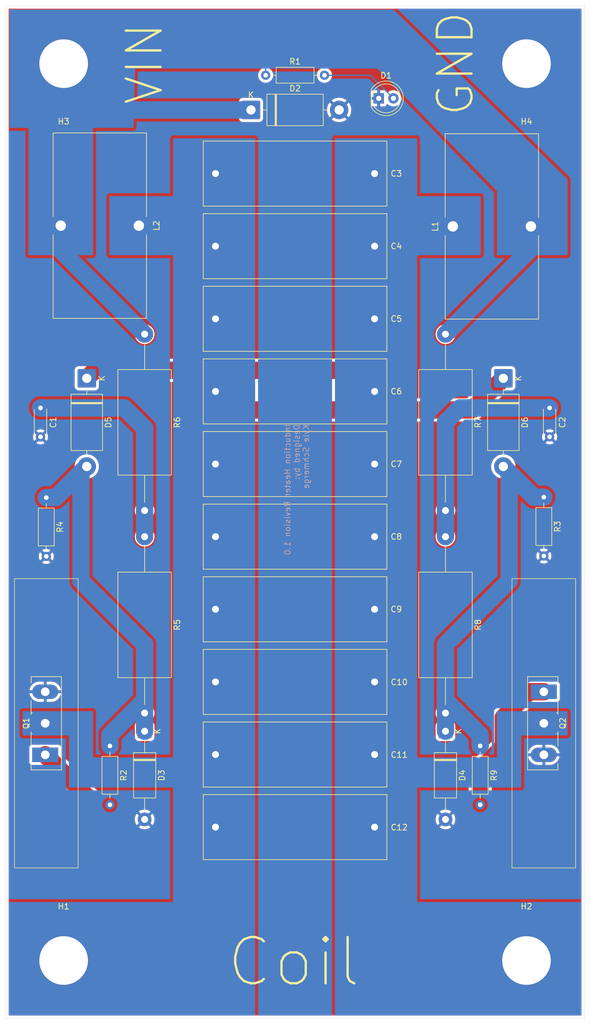
<source format=kicad_pcb>
(kicad_pcb (version 20241229) (generator "pcbnew") (generator_version "9.0")
  (layers (0 "F.Cu" signal) (2 "B.Cu" signal) (13 "F.Paste" user) (15 "B.Paste" user) (5 "F.SilkS" user "F.Silkscreen") (7 "B.SilkS" user "B.Silkscreen") (1 "F.Mask" user) (3 "B.Mask" user) (25 "Edge.Cuts" user))
  (net 0 "")
  (net 1 "Net-(C1-Pad1)")
  (net 2 "GND")
  (net 3 "Net-(C2-Pad1)")
  (net 4 "C2")
  (net 5 "C1")
  (net 6 "Net-(D1-A)")
  (net 7 "VCC")
  (net 8 "Net-(D3-K)")
  (net 9 "Net-(D4-K)")
  (net 10 "Net-(Q1-G)")
  (net 11 "Net-(Q2-G)")
  (footprint "Capacitor_THT:C_Rect_L31.5mm_W11.0mm_P27.50mm_MKS4" (layer "F.Cu") (at 63.25 146.4)
    (property "Reference" "C11" (at 31.75 0.05 0) (layer "F.SilkS"))
    (property "Value" "470nF")
    (fp_line (start -2.12 -5.62) (end 29.62 -5.62) (stroke (width 0.12)) (layer "F.SilkS"))
    (fp_line (start -2.12 5.62) (end -2.12 -5.62) (stroke (width 0.12)) (layer "F.SilkS"))
    (fp_line (start 29.62 -5.62) (end 29.62 5.62) (stroke (width 0.12)) (layer "F.SilkS"))
    (fp_line (start 29.62 5.62) (end -2.12 5.62) (stroke (width 0.12)) (layer "F.SilkS"))
    (pad "1" thru_hole circle (at 0 0) (size 2.4 2.4) (drill 1.2) (layers "*.Cu" "*.Mask") (net 5 "C1"))
    (pad "2" thru_hole circle (at 27.5 0) (size 2.4 2.4) (drill 1.2) (layers "*.Cu" "*.Mask") (net 4 "C2"))
  )
  (footprint "Resistor_THT:R_Axial_DIN0207_L6.3mm_D2.5mm_P10.16mm_Horizontal" (layer "F.Cu") (at 45 144.92 -90)
    (property "Reference" "R2" (at 5.08 -2.37 90) (layer "F.SilkS"))
    (property "Value" "18Ω")
    (fp_line (start 1.04 0) (end 1.81 0) (stroke (width 0.12)) (layer "F.SilkS"))
    (fp_line (start 9.12 0) (end 8.35 0) (stroke (width 0.12)) (layer "F.SilkS"))
    (fp_rect (start 1.81 -1.37) (end 8.35 1.37) (stroke (width 0.12)) (fill no) (layer "F.SilkS"))
    (pad "1" thru_hole circle (at 0 0 270) (size 1.6 1.6) (drill 0.8) (layers "*.Cu" "*.Mask") (net 8 "Net-(D3-K)"))
    (pad "2" thru_hole circle (at 10.16 0 270) (size 1.6 1.6) (drill 0.8) (layers "*.Cu" "*.Mask") (net 10 "Net-(Q1-G)"))
  )
  (footprint "Diode_THT:D_DO-15_P15.24mm_Horizontal" (layer "F.Cu") (at 103 142.38 -90)
    (property "Reference" "D4" (at 7.62 -2.92 90) (layer "F.SilkS"))
    (property "Value" "12V")
    (fp_line (start 1.44 0) (end 3.7 0) (stroke (width 0.12)) (layer "F.SilkS"))
    (fp_line (start 13.8 0) (end 11.54 0) (stroke (width 0.12)) (layer "F.SilkS"))
    (fp_line (start 4.84 -1.92) (end 4.84 1.92) (stroke (width 0.12)) (layer "F.SilkS"))
    (fp_line (start 4.96 -1.92) (end 4.96 1.92) (stroke (width 0.12)) (layer "F.SilkS"))
    (fp_line (start 5.08 -1.92) (end 5.08 1.92) (stroke (width 0.12)) (layer "F.SilkS"))
    (fp_rect (start 3.7 -1.92) (end 11.54 1.92) (stroke (width 0.12)) (fill no) (layer "F.SilkS"))
    (fp_text user "K" (at 0 -2.2 90) (layer "F.SilkS"))
    (pad "1" thru_hole roundrect (at 0 0 270) (size 2.4 2.4) (drill 1.2) (layers "*.Cu" "*.Mask") (roundrect_rratio 0.104167) (net 9 "Net-(D4-K)"))
    (pad "2" thru_hole circle (at 15.24 0 270) (size 2.4 2.4) (drill 1.2) (layers "*.Cu" "*.Mask") (net 2 "GND"))
  )
  (footprint "Resistor_THT:R_Axial_DIN0207_L6.3mm_D2.5mm_P10.16mm_Horizontal" (layer "F.Cu") (at 34 102 -90)
    (property "Reference" "R4" (at 5.08 -2.37 90) (layer "F.SilkS"))
    (property "Value" "10kΩ")
    (fp_line (start 1.04 0) (end 1.81 0) (stroke (width 0.12)) (layer "F.SilkS"))
    (fp_line (start 9.12 0) (end 8.35 0) (stroke (width 0.12)) (layer "F.SilkS"))
    (fp_rect (start 1.81 -1.37) (end 8.35 1.37) (stroke (width 0.12)) (fill no) (layer "F.SilkS"))
    (pad "1" thru_hole circle (at 0 0 270) (size 1.6 1.6) (drill 0.8) (layers "*.Cu" "*.Mask") (net 8 "Net-(D3-K)"))
    (pad "2" thru_hole circle (at 10.16 0 270) (size 1.6 1.6) (drill 0.8) (layers "*.Cu" "*.Mask") (net 2 "GND"))
  )
  (footprint "Inductor_THT:L_Toroid_Vertical_L31.8mm_W15.9mm_P13.50mm_Bourns_5700" (layer "F.Cu") (at 50 55 -90)
    (property "Reference" "L2" (at 0 -3.05 270) (layer "F.SilkS"))
    (property "Value" "100μH")
    (fp_line (start -16.02 14.82) (end -16.02 -1.32) (stroke (width 0.12)) (layer "F.SilkS"))
    (fp_line (start -1.555 14.82) (end -16.02 14.82) (stroke (width 0.12)) (layer "F.SilkS"))
    (fp_line (start 16.02 14.82) (end 1.555 14.82) (stroke (width 0.12)) (layer "F.SilkS"))
    (fp_line (start -16.02 -1.32) (end -1.555 -1.32) (stroke (width 0.12)) (layer "F.SilkS"))
    (fp_line (start 1.555 -1.32) (end 16.02 -1.32) (stroke (width 0.12)) (layer "F.SilkS"))
    (fp_line (start 16.02 -1.32) (end 16.02 14.82) (stroke (width 0.12)) (layer "F.SilkS"))
    (pad "1" thru_hole circle (at 0 0 270) (size 3.6 3.6) (drill 1.8) (layers "*.Cu" "*.Mask") (net 5 "C1"))
    (pad "2" thru_hole circle (at 0 13.5 270) (size 3.6 3.6) (drill 1.8) (layers "*.Cu" "*.Mask") (net 7 "VCC"))
  )
  (footprint "Capacitor_THT:C_Rect_L31.5mm_W11.0mm_P27.50mm_MKS4" (layer "F.Cu") (at 63.25 58.55)
    (property "Reference" "C4" (at 31.25 0 0) (layer "F.SilkS"))
    (property "Value" "470nF")
    (fp_line (start -2.12 -5.62) (end 29.62 -5.62) (stroke (width 0.12)) (layer "F.SilkS"))
    (fp_line (start -2.12 5.62) (end -2.12 -5.62) (stroke (width 0.12)) (layer "F.SilkS"))
    (fp_line (start 29.62 -5.62) (end 29.62 5.62) (stroke (width 0.12)) (layer "F.SilkS"))
    (fp_line (start 29.62 5.62) (end -2.12 5.62) (stroke (width 0.12)) (layer "F.SilkS"))
    (pad "1" thru_hole circle (at 0 0) (size 2.4 2.4) (drill 1.2) (layers "*.Cu" "*.Mask") (net 5 "C1"))
    (pad "2" thru_hole circle (at 27.5 0) (size 2.4 2.4) (drill 1.2) (layers "*.Cu" "*.Mask") (net 4 "C2"))
  )
  (footprint "Capacitor_THT:C_Rect_L31.5mm_W11.0mm_P27.50mm_MKS4" (layer "F.Cu") (at 63.25 71.1)
    (property "Reference" "C5" (at 31.25 0 0) (layer "F.SilkS"))
    (property "Value" "470nF")
    (fp_line (start -2.12 -5.62) (end 29.62 -5.62) (stroke (width 0.12)) (layer "F.SilkS"))
    (fp_line (start -2.12 5.62) (end -2.12 -5.62) (stroke (width 0.12)) (layer "F.SilkS"))
    (fp_line (start 29.62 -5.62) (end 29.62 5.62) (stroke (width 0.12)) (layer "F.SilkS"))
    (fp_line (start 29.62 5.62) (end -2.12 5.62) (stroke (width 0.12)) (layer "F.SilkS"))
    (pad "1" thru_hole circle (at 0 0) (size 2.4 2.4) (drill 1.2) (layers "*.Cu" "*.Mask") (net 5 "C1"))
    (pad "2" thru_hole circle (at 27.5 0) (size 2.4 2.4) (drill 1.2) (layers "*.Cu" "*.Mask") (net 4 "C2"))
  )
  (footprint "Diode_THT:D_DO-201AD_P15.24mm_Horizontal" (layer "F.Cu") (at 41 81.38 -90)
    (property "Reference" "D5" (at 7.62 -3.72 90) (layer "F.SilkS"))
    (property "Value" "FR307")
    (fp_line (start 1.84 0) (end 2.75 0) (stroke (width 0.12)) (layer "F.SilkS"))
    (fp_line (start 13.4 0) (end 12.49 0) (stroke (width 0.12)) (layer "F.SilkS"))
    (fp_line (start 4.175 -2.72) (end 4.175 2.72) (stroke (width 0.12)) (layer "F.SilkS"))
    (fp_line (start 4.295 -2.72) (end 4.295 2.72) (stroke (width 0.12)) (layer "F.SilkS"))
    (fp_line (start 4.415 -2.72) (end 4.415 2.72) (stroke (width 0.12)) (layer "F.SilkS"))
    (fp_rect (start 2.75 -2.72) (end 12.49 2.72) (stroke (width 0.12)) (fill no) (layer "F.SilkS"))
    (fp_text user "K" (at 0 -2.6 90) (layer "F.SilkS"))
    (pad "1" thru_hole roundrect (at 0 0 270) (size 3.2 3.2) (drill 1.6) (layers "*.Cu" "*.Mask") (roundrect_rratio 0.078125) (net 4 "C2"))
    (pad "2" thru_hole circle (at 15.24 0 270) (size 3.2 3.2) (drill 1.6) (layers "*.Cu" "*.Mask") (net 8 "Net-(D3-K)"))
  )
  (footprint "Resistor_THT:R_Axial_DIN0918_L18.0mm_D9.0mm_P30.48mm_Horizontal" (layer "F.Cu") (at 103 73.755 -90)
    (property "Reference" "R7" (at 15.24 -5.62 90) (layer "F.SilkS"))
    (property "Value" "47Ω")
    (fp_line (start 1.44 0) (end 6.12 0) (stroke (width 0.12)) (layer "F.SilkS"))
    (fp_line (start 29.04 0) (end 24.36 0) (stroke (width 0.12)) (layer "F.SilkS"))
    (fp_rect (start 6.12 -4.62) (end 24.36 4.62) (stroke (width 0.12)) (fill no) (layer "F.SilkS"))
    (pad "1" thru_hole circle (at 0 0 270) (size 2.4 2.4) (drill 1.2) (layers "*.Cu" "*.Mask") (net 7 "VCC"))
    (pad "2" thru_hole circle (at 30.48 0 270) (size 2.4 2.4) (drill 1.2) (layers "*.Cu" "*.Mask") (net 3 "Net-(C2-Pad1)"))
  )
  (footprint "Resistor_THT:R_Axial_DIN0207_L6.3mm_D2.5mm_P10.16mm_Horizontal" (layer "F.Cu") (at 120 101.92 -90)
    (property "Reference" "R3" (at 5.08 -2.37 90) (layer "F.SilkS"))
    (property "Value" "10kΩ")
    (fp_line (start 1.04 0) (end 1.81 0) (stroke (width 0.12)) (layer "F.SilkS"))
    (fp_line (start 9.12 0) (end 8.35 0) (stroke (width 0.12)) (layer "F.SilkS"))
    (fp_rect (start 1.81 -1.37) (end 8.35 1.37) (stroke (width 0.12)) (fill no) (layer "F.SilkS"))
    (pad "1" thru_hole circle (at 0 0 270) (size 1.6 1.6) (drill 0.8) (layers "*.Cu" "*.Mask") (net 9 "Net-(D4-K)"))
    (pad "2" thru_hole circle (at 10.16 0 270) (size 1.6 1.6) (drill 0.8) (layers "*.Cu" "*.Mask") (net 2 "GND"))
  )
  (footprint "MountingHole:MountingHole_8.4mm_M8_Pad" (layer "F.Cu") (at 37 182)
    (property "Reference" "H1" (at 0 -9.35 0) (layer "F.SilkS"))
    (property "Value" "Coil 1")
    (pad "1" thru_hole circle (at 0 0) (size 16.8 16.8) (drill 8.4) (layers "*.Cu" "*.Mask") (net 5 "C1"))
  )
  (footprint "Capacitor_THT:C_Rect_L31.5mm_W11.0mm_P27.50mm_MKS4" (layer "F.Cu") (at 63.25 83.65)
    (property "Reference" "C6" (at 31.25 0 0) (layer "F.SilkS"))
    (property "Value" "470nF")
    (fp_line (start -2.12 -5.62) (end 29.62 -5.62) (stroke (width 0.12)) (layer "F.SilkS"))
    (fp_line (start -2.12 5.62) (end -2.12 -5.62) (stroke (width 0.12)) (layer "F.SilkS"))
    (fp_line (start 29.62 -5.62) (end 29.62 5.62) (stroke (width 0.12)) (layer "F.SilkS"))
    (fp_line (start 29.62 5.62) (end -2.12 5.62) (stroke (width 0.12)) (layer "F.SilkS"))
    (pad "1" thru_hole circle (at 0 0) (size 2.4 2.4) (drill 1.2) (layers "*.Cu" "*.Mask") (net 5 "C1"))
    (pad "2" thru_hole circle (at 27.5 0) (size 2.4 2.4) (drill 1.2) (layers "*.Cu" "*.Mask") (net 4 "C2"))
  )
  (footprint "Diode_THT:D_DO-15_P15.24mm_Horizontal" (layer "F.Cu") (at 51 142.38 -90)
    (property "Reference" "D3" (at 7.62 -2.92 90) (layer "F.SilkS"))
    (property "Value" "12V")
    (fp_line (start 1.44 0) (end 3.7 0) (stroke (width 0.12)) (layer "F.SilkS"))
    (fp_line (start 13.8 0) (end 11.54 0) (stroke (width 0.12)) (layer "F.SilkS"))
    (fp_line (start 4.84 -1.92) (end 4.84 1.92) (stroke (width 0.12)) (layer "F.SilkS"))
    (fp_line (start 4.96 -1.92) (end 4.96 1.92) (stroke (width 0.12)) (layer "F.SilkS"))
    (fp_line (start 5.08 -1.92) (end 5.08 1.92) (stroke (width 0.12)) (layer "F.SilkS"))
    (fp_rect (start 3.7 -1.92) (end 11.54 1.92) (stroke (width 0.12)) (fill no) (layer "F.SilkS"))
    (fp_text user "K" (at 0 -2.2 90) (layer "F.SilkS"))
    (pad "1" thru_hole roundrect (at 0 0 270) (size 2.4 2.4) (drill 1.2) (layers "*.Cu" "*.Mask") (roundrect_rratio 0.104167) (net 8 "Net-(D3-K)"))
    (pad "2" thru_hole circle (at 15.24 0 270) (size 2.4 2.4) (drill 1.2) (layers "*.Cu" "*.Mask") (net 2 "GND"))
  )
  (footprint "Capacitor_THT:C_Rect_L31.5mm_W11.0mm_P27.50mm_MKS4" (layer "F.Cu") (at 63.25 158.95)
    (property "Reference" "C12" (at 31.75 0.05 0) (layer "F.SilkS"))
    (property "Value" "470nF")
    (fp_line (start -2.12 -5.62) (end 29.62 -5.62) (stroke (width 0.12)) (layer "F.SilkS"))
    (fp_line (start -2.12 5.62) (end -2.12 -5.62) (stroke (width 0.12)) (layer "F.SilkS"))
    (fp_line (start 29.62 -5.62) (end 29.62 5.62) (stroke (width 0.12)) (layer "F.SilkS"))
    (fp_line (start 29.62 5.62) (end -2.12 5.62) (stroke (width 0.12)) (layer "F.SilkS"))
    (pad "1" thru_hole circle (at 0 0) (size 2.4 2.4) (drill 1.2) (layers "*.Cu" "*.Mask") (net 5 "C1"))
    (pad "2" thru_hole circle (at 27.5 0) (size 2.4 2.4) (drill 1.2) (layers "*.Cu" "*.Mask") (net 4 "C2"))
  )
  (footprint "Package_TO_SOT_THT:TO-247-3_Vertical" (layer "F.Cu") (at 33.815 146.45 90)
    (property "Reference" "Q1" (at 5.45 -3.28 90) (layer "F.SilkS"))
    (property "Value" "IRFP4668PBF")
    (fp_line (start 13.51 -2.44) (end 13.51 2.81) (stroke (width 0.12)) (layer "F.SilkS"))
    (fp_line (start 12.41 -2.44) (end 13.51 -2.44) (stroke (width 0.12)) (layer "F.SilkS"))
    (fp_line (start 7.255 -2.44) (end 7.255 -2.22) (stroke (width 0.12)) (layer "F.SilkS"))
    (fp_line (start 6.96 -2.44) (end 9.39 -2.44) (stroke (width 0.12)) (layer "F.SilkS"))
    (fp_line (start 3.645 -2.44) (end 3.645 -2.22) (stroke (width 0.12)) (layer "F.SilkS"))
    (fp_line (start 1.51 -2.44) (end 3.94 -2.44) (stroke (width 0.12)) (layer "F.SilkS"))
    (fp_line (start -2.61 -2.44) (end -1.51 -2.44) (stroke (width 0.12)) (layer "F.SilkS"))
    (fp_line (start 13.51 2.81) (end -2.61 2.81) (stroke (width 0.12)) (layer "F.SilkS"))
    (fp_line (start -2.61 2.81) (end -2.61 -2.44) (stroke (width 0.12)) (layer "F.SilkS"))
    (pad "1" thru_hole rect (at 0 0 90) (size 2.5 4.5) (drill 1.5) (layers "*.Cu" "*.Mask") (net 10 "Net-(Q1-G)"))
    (pad "2" thru_hole oval (at 5.45 0 90) (size 2.5 4.5) (drill 1.5) (layers "*.Cu" "*.Mask") (net 5 "C1"))
    (pad "3" thru_hole oval (at 10.9 0 90) (size 2.5 4.5) (drill 1.5) (layers "*.Cu" "*.Mask") (net 2 "GND"))
  )
  (footprint "Resistor_THT:R_Axial_DIN0207_L6.3mm_D2.5mm_P10.16mm_Horizontal" (layer "F.Cu") (at 71.92 29)
    (property "Reference" "R1" (at 5.08 -2.37 0) (layer "F.SilkS"))
    (property "Value" "4.7kΩ")
    (fp_line (start 1.04 0) (end 1.81 0) (stroke (width 0.12)) (layer "F.SilkS"))
    (fp_line (start 9.12 0) (end 8.35 0) (stroke (width 0.12)) (layer "F.SilkS"))
    (fp_rect (start 1.81 -1.37) (end 8.35 1.37) (stroke (width 0.12)) (fill no) (layer "F.SilkS"))
    (pad "1" thru_hole circle (at 0 0) (size 1.6 1.6) (drill 0.8) (layers "*.Cu" "*.Mask") (net 7 "VCC"))
    (pad "2" thru_hole circle (at 10.16 0) (size 1.6 1.6) (drill 0.8) (layers "*.Cu" "*.Mask") (net 6 "Net-(D1-A)"))
  )
  (footprint "Capacitor_THT:C_Rect_L31.5mm_W11.0mm_P27.50mm_MKS4" (layer "F.Cu") (at 63.25 133.85)
    (property "Reference" "C10" (at 31.75 0.05 0) (layer "F.SilkS"))
    (property "Value" "470nF")
    (fp_line (start -2.12 -5.62) (end 29.62 -5.62) (stroke (width 0.12)) (layer "F.SilkS"))
    (fp_line (start -2.12 5.62) (end -2.12 -5.62) (stroke (width 0.12)) (layer "F.SilkS"))
    (fp_line (start 29.62 -5.62) (end 29.62 5.62) (stroke (width 0.12)) (layer "F.SilkS"))
    (fp_line (start 29.62 5.62) (end -2.12 5.62) (stroke (width 0.12)) (layer "F.SilkS"))
    (pad "1" thru_hole circle (at 0 0) (size 2.4 2.4) (drill 1.2) (layers "*.Cu" "*.Mask") (net 5 "C1"))
    (pad "2" thru_hole circle (at 27.5 0) (size 2.4 2.4) (drill 1.2) (layers "*.Cu" "*.Mask") (net 4 "C2"))
  )
  (footprint "Inductor_THT:L_Toroid_Vertical_L31.8mm_W15.9mm_P13.50mm_Bourns_5700" (layer "F.Cu") (at 104.265 55.13 90)
    (property "Reference" "L1" (at 0 -3.05 90) (layer "F.SilkS"))
    (property "Value" "100μH")
    (fp_line (start 16.02 -1.32) (end 16.02 14.82) (stroke (width 0.12)) (layer "F.SilkS"))
    (fp_line (start 1.555 -1.32) (end 16.02 -1.32) (stroke (width 0.12)) (layer "F.SilkS"))
    (fp_line (start -16.02 -1.32) (end -1.555 -1.32) (stroke (width 0.12)) (layer "F.SilkS"))
    (fp_line (start 16.02 14.82) (end 1.555 14.82) (stroke (width 0.12)) (layer "F.SilkS"))
    (fp_line (start -1.555 14.82) (end -16.02 14.82) (stroke (width 0.12)) (layer "F.SilkS"))
    (fp_line (start -16.02 14.82) (end -16.02 -1.32) (stroke (width 0.12)) (layer "F.SilkS"))
    (pad "1" thru_hole circle (at 0 0 90) (size 3.6 3.6) (drill 1.8) (layers "*.Cu" "*.Mask") (net 4 "C2"))
    (pad "2" thru_hole circle (at 0 13.5 90) (size 3.6 3.6) (drill 1.8) (layers "*.Cu" "*.Mask") (net 7 "VCC"))
  )
  (footprint "MountingHole:MountingHole_8.4mm_M8_Pad" (layer "F.Cu") (at 37 27)
    (property "Reference" "H3" (at 0 10 0) (layer "F.SilkS"))
    (property "Value" "48Vin")
    (pad "1" thru_hole circle (at 0 0) (size 16.8 16.8) (drill 8.4) (layers "*.Cu" "*.Mask") (net 7 "VCC"))
  )
  (footprint "Package_TO_SOT_THT:TO-247-3_Vertical" (layer "F.Cu") (at 120 135.55 -90)
    (property "Reference" "Q2" (at 5.45 -3.28 90) (layer "F.SilkS"))
    (property "Value" "IRFP4668PBF")
    (fp_line (start -2.61 2.81) (end -2.61 -2.44) (stroke (width 0.12)) (layer "F.SilkS"))
    (fp_line (start 13.51 2.81) (end -2.61 2.81) (stroke (width 0.12)) (layer "F.SilkS"))
    (fp_line (start -2.61 -2.44) (end -1.51 -2.44) (stroke (width 0.12)) (layer "F.SilkS"))
    (fp_line (start 1.51 -2.44) (end 3.94 -2.44) (stroke (width 0.12)) (layer "F.SilkS"))
    (fp_line (start 3.645 -2.44) (end 3.645 -2.22) (stroke (width 0.12)) (layer "F.SilkS"))
    (fp_line (start 6.96 -2.44) (end 9.39 -2.44) (stroke (width 0.12)) (layer "F.SilkS"))
    (fp_line (start 7.255 -2.44) (end 7.255 -2.22) (stroke (width 0.12)) (layer "F.SilkS"))
    (fp_line (start 12.41 -2.44) (end 13.51 -2.44) (stroke (width 0.12)) (layer "F.SilkS"))
    (fp_line (start 13.51 -2.44) (end 13.51 2.81) (stroke (width 0.12)) (layer "F.SilkS"))
    (pad "1" thru_hole rect (at 0 0 270) (size 2.5 4.5) (drill 1.5) (layers "*.Cu" "*.Mask") (net 11 "Net-(Q2-G)"))
    (pad "2" thru_hole oval (at 5.45 0 270) (size 2.5 4.5) (drill 1.5) (layers "*.Cu" "*.Mask") (net 4 "C2"))
    (pad "3" thru_hole oval (at 10.9 0 270) (size 2.5 4.5) (drill 1.5) (layers "*.Cu" "*.Mask") (net 2 "GND"))
  )
  (footprint "Diode_THT:D_DO-201AD_P15.24mm_Horizontal" (layer "F.Cu") (at 113 81.38 -90)
    (property "Reference" "D6" (at 7.62 -3.72 90) (layer "F.SilkS"))
    (property "Value" "FR307")
    (fp_line (start 1.84 0) (end 2.75 0) (stroke (width 0.12)) (layer "F.SilkS"))
    (fp_line (start 13.4 0) (end 12.49 0) (stroke (width 0.12)) (layer "F.SilkS"))
    (fp_line (start 4.175 -2.72) (end 4.175 2.72) (stroke (width 0.12)) (layer "F.SilkS"))
    (fp_line (start 4.295 -2.72) (end 4.295 2.72) (stroke (width 0.12)) (layer "F.SilkS"))
    (fp_line (start 4.415 -2.72) (end 4.415 2.72) (stroke (width 0.12)) (layer "F.SilkS"))
    (fp_rect (start 2.75 -2.72) (end 12.49 2.72) (stroke (width 0.12)) (fill no) (layer "F.SilkS"))
    (fp_text user "K" (at 0 -2.6 90) (layer "F.SilkS"))
    (pad "1" thru_hole roundrect (at 0 0 270) (size 3.2 3.2) (drill 1.6) (layers "*.Cu" "*.Mask") (roundrect_rratio 0.078125) (net 5 "C1"))
    (pad "2" thru_hole circle (at 15.24 0 270) (size 3.2 3.2) (drill 1.6) (layers "*.Cu" "*.Mask") (net 9 "Net-(D4-K)"))
  )
  (footprint "Capacitor_THT:C_Rect_L31.5mm_W11.0mm_P27.50mm_MKS4" (layer "F.Cu") (at 63.25 108.75)
    (property "Reference" "C8" (at 31.25 0 0) (layer "F.SilkS"))
    (property "Value" "470nF")
    (fp_line (start -2.12 -5.62) (end 29.62 -5.62) (stroke (width 0.12)) (layer "F.SilkS"))
    (fp_line (start -2.12 5.62) (end -2.12 -5.62) (stroke (width 0.12)) (layer "F.SilkS"))
    (fp_line (start 29.62 -5.62) (end 29.62 5.62) (stroke (width 0.12)) (layer "F.SilkS"))
    (fp_line (start 29.62 5.62) (end -2.12 5.62) (stroke (width 0.12)) (layer "F.SilkS"))
    (pad "1" thru_hole circle (at 0 0) (size 2.4 2.4) (drill 1.2) (layers "*.Cu" "*.Mask") (net 5 "C1"))
    (pad "2" thru_hole circle (at 27.5 0) (size 2.4 2.4) (drill 1.2) (layers "*.Cu" "*.Mask") (net 4 "C2"))
  )
  (footprint "MountingHole:MountingHole_8.4mm_M8_Pad" (layer "F.Cu") (at 117 182)
    (property "Reference" "H2" (at 0 -9.35 0) (layer "F.SilkS"))
    (property "Value" "Coil 2")
    (pad "1" thru_hole circle (at 0 0) (size 16.8 16.8) (drill 8.4) (layers "*.Cu" "*.Mask") (net 4 "C2"))
  )
  (footprint "LED_THT:LED_D5.0mm" (layer "F.Cu") (at 91.46 33)
    (property "Reference" "D1" (at 1.27 -3.96 0) (layer "F.SilkS"))
    (property "Value" "LED")
    (fp_line (start -1.29 -1.545) (end -1.29 1.545) (stroke (width 0.12)) (layer "F.SilkS"))
    (fp_arc (start -1.29 -1.54483) (mid 2.071779 -2.880495) (end 4.26 0) (stroke (width 0.12)) (layer "F.SilkS"))
    (fp_arc (start 4.26 0) (mid 2.071779 2.880495) (end -1.29 1.54483) (stroke (width 0.12)) (layer "F.SilkS"))
    (fp_circle (center 1.27 0) (end 3.77 0) (stroke (width 0.12)) (fill no) (layer "F.SilkS"))
    (pad "1" thru_hole rect (at 0 0) (size 1.8 1.8) (drill 0.9) (layers "*.Cu" "*.Mask") (net 2 "GND"))
    (pad "2" thru_hole circle (at 2.54 0) (size 1.8 1.8) (drill 0.9) (layers "*.Cu" "*.Mask") (net 6 "Net-(D1-A)"))
  )
  (footprint "Capacitor_THT:C_Rect_L31.5mm_W11.0mm_P27.50mm_MKS4" (layer "F.Cu") (at 63.25 121.3)
    (property "Reference" "C9" (at 31.25 0 0) (layer "F.SilkS"))
    (property "Value" "470nF")
    (fp_line (start -2.12 -5.62) (end 29.62 -5.62) (stroke (width 0.12)) (layer "F.SilkS"))
    (fp_line (start -2.12 5.62) (end -2.12 -5.62) (stroke (width 0.12)) (layer "F.SilkS"))
    (fp_line (start 29.62 -5.62) (end 29.62 5.62) (stroke (width 0.12)) (layer "F.SilkS"))
    (fp_line (start 29.62 5.62) (end -2.12 5.62) (stroke (width 0.12)) (layer "F.SilkS"))
    (pad "1" thru_hole circle (at 0 0) (size 2.4 2.4) (drill 1.2) (layers "*.Cu" "*.Mask") (net 5 "C1"))
    (pad "2" thru_hole circle (at 27.5 0) (size 2.4 2.4) (drill 1.2) (layers "*.Cu" "*.Mask") (net 4 "C2"))
  )
  (footprint "MountingHole:MountingHole_8.4mm_M8_Pad" (layer "F.Cu") (at 117 27)
    (property "Reference" "H4" (at 0 10 0) (layer "F.SilkS"))
    (property "Value" "GND")
    (pad "1" thru_hole circle (at 0 0) (size 16.8 16.8) (drill 8.4) (layers "*.Cu" "*.Mask") (net 2 "GND"))
  )
  (footprint "Capacitor_THT:C_Rect_L31.5mm_W11.0mm_P27.50mm_MKS4" (layer "F.Cu") (at 63.25 96.2)
    (property "Reference" "C7" (at 31.25 0 0) (layer "F.SilkS"))
    (property "Value" "470nF")
    (fp_line (start -2.12 -5.62) (end 29.62 -5.62) (stroke (width 0.12)) (layer "F.SilkS"))
    (fp_line (start -2.12 5.62) (end -2.12 -5.62) (stroke (width 0.12)) (layer "F.SilkS"))
    (fp_line (start 29.62 -5.62) (end 29.62 5.62) (stroke (width 0.12)) (layer "F.SilkS"))
    (fp_line (start 29.62 5.62) (end -2.12 5.62) (stroke (width 0.12)) (layer "F.SilkS"))
    (pad "1" thru_hole circle (at 0 0) (size 2.4 2.4) (drill 1.2) (layers "*.Cu" "*.Mask") (net 5 "C1"))
    (pad "2" thru_hole circle (at 27.5 0) (size 2.4 2.4) (drill 1.2) (layers "*.Cu" "*.Mask") (net 4 "C2"))
  )
  (footprint "Capacitor_THT:C_Disc_D4.3mm_W1.9mm_P5.00mm" (layer "F.Cu") (at 33 86.5 -90)
    (property "Reference" "C1" (at 2.5 -2.2 90) (layer "F.SilkS"))
    (property "Value" "2.2μF")
    (fp_line (start 4.77 1.07) (end 0.23 1.07) (stroke (width 0.12)) (layer "F.SilkS"))
    (fp_line (start 4.77 1.014) (end 4.77 1.07) (stroke (width 0.12)) (layer "F.SilkS"))
    (fp_line (start 0.23 -1.014) (end 0.23 -1.07) (stroke (width 0.12)) (layer "F.SilkS"))
    (fp_line (start 0.23 -1.07) (end 4.77 -1.07) (stroke (width 0.12)) (layer "F.SilkS"))
    (pad "1" thru_hole circle (at 0 0 270) (size 1.6 1.6) (drill 0.8) (layers "*.Cu" "*.Mask") (net 1 "Net-(C1-Pad1)"))
    (pad "2" thru_hole circle (at 5 0 270) (size 1.6 1.6) (drill 0.8) (layers "*.Cu" "*.Mask") (net 2 "GND"))
  )
  (footprint "Resistor_THT:R_Axial_DIN0918_L18.0mm_D9.0mm_P30.48mm_Horizontal" (layer "F.Cu") (at 51 73.755 -90)
    (property "Reference" "R6" (at 15.24 -5.62 90) (layer "F.SilkS"))
    (property "Value" "47Ω")
    (fp_line (start 1.44 0) (end 6.12 0) (stroke (width 0.12)) (layer "F.SilkS"))
    (fp_line (start 29.04 0) (end 24.36 0) (stroke (width 0.12)) (layer "F.SilkS"))
    (fp_rect (start 6.12 -4.62) (end 24.36 4.62) (stroke (width 0.12)) (fill no) (layer "F.SilkS"))
    (pad "1" thru_hole circle (at 0 0 270) (size 2.4 2.4) (drill 1.2) (layers "*.Cu" "*.Mask") (net 7 "VCC"))
    (pad "2" thru_hole circle (at 30.48 0 270) (size 2.4 2.4) (drill 1.2) (layers "*.Cu" "*.Mask") (net 1 "Net-(C1-Pad1)"))
  )
  (footprint "Resistor_THT:R_Axial_DIN0918_L18.0mm_D9.0mm_P30.48mm_Horizontal" (layer "F.Cu") (at 51 108.755 -90)
    (property "Reference" "R5" (at 15.24 -5.62 90) (layer "F.SilkS"))
    (property "Value" "470Ω")
    (fp_line (start 1.44 0) (end 6.12 0) (stroke (width 0.12)) (layer "F.SilkS"))
    (fp_line (start 29.04 0) (end 24.36 0) (stroke (width 0.12)) (layer "F.SilkS"))
    (fp_rect (start 6.12 -4.62) (end 24.36 4.62) (stroke (width 0.12)) (fill no) (layer "F.SilkS"))
    (pad "1" thru_hole circle (at 0 0 270) (size 2.4 2.4) (drill 1.2) (layers "*.Cu" "*.Mask") (net 1 "Net-(C1-Pad1)"))
    (pad "2" thru_hole circle (at 30.48 0 270) (size 2.4 2.4) (drill 1.2) (layers "*.Cu" "*.Mask") (net 8 "Net-(D3-K)"))
  )
  (footprint "Resistor_THT:R_Axial_DIN0918_L18.0mm_D9.0mm_P30.48mm_Horizontal" (layer "F.Cu") (at 103 108.755 -90)
    (property "Reference" "R8" (at 15.24 -5.62 90) (layer "F.SilkS"))
    (property "Value" "470Ω")
    (fp_line (start 1.44 0) (end 6.12 0) (stroke (width 0.12)) (layer "F.SilkS"))
    (fp_line (start 29.04 0) (end 24.36 0) (stroke (width 0.12)) (layer "F.SilkS"))
    (fp_rect (start 6.12 -4.62) (end 24.36 4.62) (stroke (width 0.12)) (fill no) (layer "F.SilkS"))
    (pad "1" thru_hole circle (at 0 0 270) (size 2.4 2.4) (drill 1.2) (layers "*.Cu" "*.Mask") (net 3 "Net-(C2-Pad1)"))
    (pad "2" thru_hole circle (at 30.48 0 270) (size 2.4 2.4) (drill 1.2) (layers "*.Cu" "*.Mask") (net 9 "Net-(D4-K)"))
  )
  (footprint "Resistor_THT:R_Axial_DIN0207_L6.3mm_D2.5mm_P10.16mm_Horizontal" (layer "F.Cu") (at 109 144.92 -90)
    (property "Reference" "R9" (at 5.08 -2.37 90) (layer "F.SilkS"))
    (property "Value" "18Ω")
    (fp_line (start 1.04 0) (end 1.81 0) (stroke (width 0.12)) (layer "F.SilkS"))
    (fp_line (start 9.12 0) (end 8.35 0) (stroke (width 0.12)) (layer "F.SilkS"))
    (fp_rect (start 1.81 -1.37) (end 8.35 1.37) (stroke (width 0.12)) (fill no) (layer "F.SilkS"))
    (pad "1" thru_hole circle (at 0 0 270) (size 1.6 1.6) (drill 0.8) (layers "*.Cu" "*.Mask") (net 9 "Net-(D4-K)"))
    (pad "2" thru_hole circle (at 10.16 0 270) (size 1.6 1.6) (drill 0.8) (layers "*.Cu" "*.Mask") (net 11 "Net-(Q2-G)"))
  )
  (footprint "Diode_THT:D_DO-201AD_P15.24mm_Horizontal" (layer "F.Cu") (at 69.38 35)
    (property "Reference" "D2" (at 7.62 -3.72 0) (layer "F.SilkS"))
    (property "Value" "SB5H100")
    (fp_line (start 1.84 0) (end 2.75 0) (stroke (width 0.12)) (layer "F.SilkS"))
    (fp_line (start 4.175 -2.72) (end 4.175 2.72) (stroke (width 0.12)) (layer "F.SilkS"))
    (fp_line (start 4.295 -2.72) (end 4.295 2.72) (stroke (width 0.12)) (layer "F.SilkS"))
    (fp_line (start 4.415 -2.72) (end 4.415 2.72) (stroke (width 0.12)) (layer "F.SilkS"))
    (fp_line (start 13.4 0) (end 12.49 0) (stroke (width 0.12)) (layer "F.SilkS"))
    (fp_rect (start 2.75 -2.72) (end 12.49 2.72) (stroke (width 0.12)) (fill no) (layer "F.SilkS"))
    (fp_text user "K" (at 0 -2.6 0) (layer "F.SilkS"))
    (pad "1" thru_hole roundrect (at 0 0) (size 3.2 3.2) (drill 1.6) (layers "*.Cu" "*.Mask") (roundrect_rratio 0.078125) (net 7 "VCC"))
    (pad "2" thru_hole circle (at 15.24 0) (size 3.2 3.2) (drill 1.6) (layers "*.Cu" "*.Mask") (net 2 "GND"))
  )
  (footprint "Capacitor_THT:C_Rect_L31.5mm_W11.0mm_P27.50mm_MKS4" (layer "F.Cu") (at 63.25 46)
    (property "Reference" "C3" (at 31.25 0 0) (layer "F.SilkS"))
    (property "Value" "470nF")
    (fp_line (start -2.12 -5.62) (end 29.62 -5.62) (stroke (width 0.12)) (layer "F.SilkS"))
    (fp_line (start -2.12 5.62) (end -2.12 -5.62) (stroke (width 0.12)) (layer "F.SilkS"))
    (fp_line (start 29.62 -5.62) (end 29.62 5.62) (stroke (width 0.12)) (layer "F.SilkS"))
    (fp_line (start 29.62 5.62) (end -2.12 5.62) (stroke (width 0.12)) (layer "F.SilkS"))
    (pad "1" thru_hole circle (at 0 0) (size 2.4 2.4) (drill 1.2) (layers "*.Cu" "*.Mask") (net 5 "C1"))
    (pad "2" thru_hole circle (at 27.5 0) (size 2.4 2.4) (drill 1.2) (layers "*.Cu" "*.Mask") (net 4 "C2"))
  )
  (footprint "Capacitor_THT:C_Disc_D4.3mm_W1.9mm_P5.00mm" (layer "F.Cu") (at 121 86.5 -90)
    (property "Reference" "C2" (at 2.5 -2.2 90) (layer "F.SilkS"))
    (property "Value" "2.2μF")
    (fp_line (start 4.77 1.07) (end 0.23 1.07) (stroke (width 0.12)) (layer "F.SilkS"))
    (fp_line (start 4.77 1.014) (end 4.77 1.07) (stroke (width 0.12)) (layer "F.SilkS"))
    (fp_line (start 0.23 -1.014) (end 0.23 -1.07) (stroke (width 0.12)) (layer "F.SilkS"))
    (fp_line (start 0.23 -1.07) (end 4.77 -1.07) (stroke (width 0.12)) (layer "F.SilkS"))
    (pad "1" thru_hole circle (at 0 0 270) (size 1.6 1.6) (drill 0.8) (layers "*.Cu" "*.Mask") (net 3 "Net-(C2-Pad1)"))
    (pad "2" thru_hole circle (at 5 0 270) (size 1.6 1.6) (drill 0.8) (layers "*.Cu" "*.Mask") (net 2 "GND"))
  )
  (gr_poly (pts (xy 42 60) (xy 31 60) (xy 31 38) (xy 27.75 38) (xy 27.75 17.75) (xy 94 17.75) (xy 124 47) (xy 124 60) (xy 112 60) (xy 112 49) (xy 91.25 27.75) (xy 49.25 27.75) (xy 49 38) (xy 42 38)) (stroke (width 0.2)) (fill yes) (layer "B.Cu") (net 7))
  (gr_poly (pts (xy 83.999881 40) (xy 97.999881 40) (xy 97.999881 50) (xy 108.999881 50) (xy 108.999881 60) (xy 97.999881 60) (xy 97.999881 147) (xy 111.999881 147) (xy 111.999881 139) (xy 123.999881 139) (xy 123.999881 143) (xy 115.999881 143) (xy 115.999881 152) (xy 97.999881 152) (xy 97.999881 172) (xy 126.399881 172) (xy 126.399881 191.4) (xy 83.999881 191.4)) (stroke (width 0.2)) (fill yes) (layer "B.Cu") (net 4))
  (gr_poly (pts (xy 70 40) (xy 56 40) (xy 56 50) (xy 45 50) (xy 45 60) (xy 56 60) (xy 56 147) (xy 42 147) (xy 42 139) (xy 30 139) (xy 30 143) (xy 38 143) (xy 38 152) (xy 56 152) (xy 56 172) (xy 27.6 172) (xy 27.6 191.4) (xy 70 191.4)) (stroke (width 0.2)) (fill yes) (layer "B.Cu") (net 5))
  (gr_rect (start 114.5 116) (end 125.5 166) (stroke (width 0.1)) (fill no) (layer "F.SilkS"))
  (gr_rect (start 28.5 116) (end 39.5 166) (stroke (width 0.1)) (fill no) (layer "F.SilkS"))
  (gr_rect (start 27 17) (end 127 192) (stroke (width 0.05)) (fill no) (layer "Edge.Cuts"))
  (gr_text "VIN" (at 51 27 90) (layer "F.SilkS") (effects (font (size 6 6) (thickness 0.4))))
  (gr_text "GND" (at 104.75 27 90) (layer "F.SilkS") (effects (font (size 6 6) (thickness 0.4))))
  (gr_text "Coil" (at 76.75 182.25 0) (layer "F.SilkS") (effects (font (size 8 8) (thickness 0.4))))
  (gr_text "Induction Heater Revision 1.0\nDesigned by:\nKyle Schmerge" (at 79.5 89.25 90) (layer "B.SilkS") (effects (font (size 1 1) (thickness 0.1)) (justify left bottom mirror)))
  (segment (start 47.5 86.5) (end 51 90) (width 3) (layer "B.Cu") (net 1))
  (segment (start 51 90) (end 51 104.235) (width 3) (layer "B.Cu") (net 1))
  (segment (start 51 104.235) (end 51 108.755) (width 3) (layer "B.Cu") (net 1))
  (segment (start 33 86.5) (end 47.5 86.5) (width 3) (layer "B.Cu") (net 1))
  (segment (start 103 108.755) (end 103 104.235) (width 3) (layer "B.Cu") (net 3))
  (segment (start 105.5 86.5) (end 103 89) (width 3) (layer "B.Cu") (net 3))
  (segment (start 103 89) (end 103 104.235) (width 3) (layer "B.Cu") (net 3))
  (segment (start 121 86.5) (end 105.5 86.5) (width 3) (layer "B.Cu") (net 3))
  (segment (start 87.1 80) (end 90.75 83.65) (width 3) (layer "F.Cu") (net 4))
  (segment (start 42.38 80) (end 87.1 80) (width 3) (layer "F.Cu") (net 4))
  (segment (start 41 81.38) (end 42.38 80) (width 3) (layer "F.Cu") (net 4))
  (segment (start 107.529 86.851) (end 113 81.38) (width 3) (layer "F.Cu") (net 5))
  (segment (start 66.451 86.851) (end 63.25 83.65) (width 3) (layer "F.Cu") (net 5))
  (segment (start 66.451 86.851) (end 107.529 86.851) (width 3) (layer "F.Cu") (net 5))
  (segment (start 90 29) (end 94 33) (width 0.2) (layer "B.Cu") (net 6))
  (segment (start 82.08 29) (end 90 29) (width 0.2) (layer "B.Cu") (net 6))
  (segment (start 117.765 58.99) (end 103 73.755) (width 3) (layer "B.Cu") (net 7))
  (segment (start 71.92 24.17) (end 70.43 22.68) (width 0.2) (layer "B.Cu") (net 7))
  (segment (start 41.32 22.68) (end 37 27) (width 0.2) (layer "B.Cu") (net 7))
  (segment (start 36.5 59.255) (end 51 73.755) (width 3) (layer "B.Cu") (net 7))
  (segment (start 45 35) (end 37 27) (width 3) (layer "B.Cu") (net 7))
  (segment (start 36.5 55) (end 36.5 59.255) (width 3) (layer "B.Cu") (net 7))
  (segment (start 117.765 55.13) (end 117.765 58.99) (width 3) (layer "B.Cu") (net 7))
  (segment (start 71.92 29) (end 71.92 24.17) (width 0.2) (layer "B.Cu") (net 7))
  (segment (start 69.38 35) (end 45 35) (width 3) (layer "B.Cu") (net 7))
  (segment (start 70.43 22.68) (end 41.32 22.68) (width 0.2) (layer "B.Cu") (net 7))
  (segment (start 45 144.92) (end 45 143) (width 3) (layer "B.Cu") (net 8))
  (segment (start 51 127.38) (end 51 137) (width 3) (layer "B.Cu") (net 8))
  (segment (start 40 116.38) (end 51 127.38) (width 3) (layer "B.Cu") (net 8))
  (segment (start 45 143) (end 51 137) (width 3) (layer "B.Cu") (net 8))
  (segment (start 40 102) (end 40 97.62) (width 3) (layer "B.Cu") (net 8))
  (segment (start 40 116.38) (end 40 102) (width 3) (layer "B.Cu") (net 8))
  (segment (start 40 97.62) (end 41 96.62) (width 3) (layer "B.Cu") (net 8))
  (segment (start 35.62 102) (end 41 96.62) (width 3) (layer "B.Cu") (net 8))
  (segment (start 51 137) (end 51 139.235) (width 3) (layer "B.Cu") (net 8))
  (segment (start 51 139.235) (end 51 142.38) (width 3) (layer "B.Cu") (net 8))
  (segment (start 34 102) (end 35.62 102) (width 3) (layer "B.Cu") (net 8))
  (segment (start 120 101.92) (end 118.3 101.92) (width 3) (layer "B.Cu") (net 9))
  (segment (start 103 127.38) (end 103 134) (width 3) (layer "B.Cu") (net 9))
  (segment (start 114 102) (end 114 97.62) (width 3) (layer "B.Cu") (net 9))
  (segment (start 114 116.38) (end 103 127.38) (width 3) (layer "B.Cu") (net 9))
  (segment (start 114 116.38) (end 114 102) (width 3) (layer "B.Cu") (net 9))
  (segment (start 118.3 101.92) (end 113 96.62) (width 3) (layer "B.Cu") (net 9))
  (segment (start 103 134) (end 103 139.235) (width 3) (layer "B.Cu") (net 9))
  (segment (start 103 137) (end 109 143) (width 3) (layer "B.Cu") (net 9))
  (segment (start 109 143) (end 109 144.92) (width 3) (layer "B.Cu") (net 9))
  (segment (start 114 97.62) (end 113 96.62) (width 3) (layer "B.Cu") (net 9))
  (segment (start 103 134) (end 103 137) (width 3) (layer "B.Cu") (net 9))
  (segment (start 103 139.235) (end 103 142.38) (width 3) (layer "B.Cu") (net 9))
  (segment (start 42.445 155.08) (end 33.815 146.45) (width 3) (layer "F.Cu") (net 10))
  (segment (start 45 155.08) (end 42.445 155.08) (width 3) (layer "F.Cu") (net 10))
  (segment (start 120 135.55) (end 117.45 135.55) (width 3) (layer "F.Cu") (net 11))
  (segment (start 117.45 135.55) (end 113 140) (width 3) (layer "F.Cu") (net 11))
  (segment (start 109 149) (end 109 155.08) (width 3) (layer "F.Cu") (net 11))
  (segment (start 113 140) (end 113 145) (width 3) (layer "F.Cu") (net 11))
  (segment (start 113 145) (end 109 149) (width 3) (layer "F.Cu") (net 11))
  (zone (net 2) (net_name "GND") (layer "F.Cu") (connect_pads (clearance 0.5)) (min_thickness 0.25) (fill yes (thermal_gap 0.5) (thermal_bridge_width 0.5))
    (polygon (pts (xy 26 16) (xy 128 16) (xy 128 193) (xy 26 193)))
  )
  (zone (net 2) (net_name "GND") (layer "B.Cu") (connect_pads (clearance 0.5)) (min_thickness 0.25) (fill yes (thermal_gap 0.5) (thermal_bridge_width 0.5))
    (polygon (pts (xy 26 16) (xy 128 16) (xy 128 193) (xy 26 193)))
  )
)
</source>
